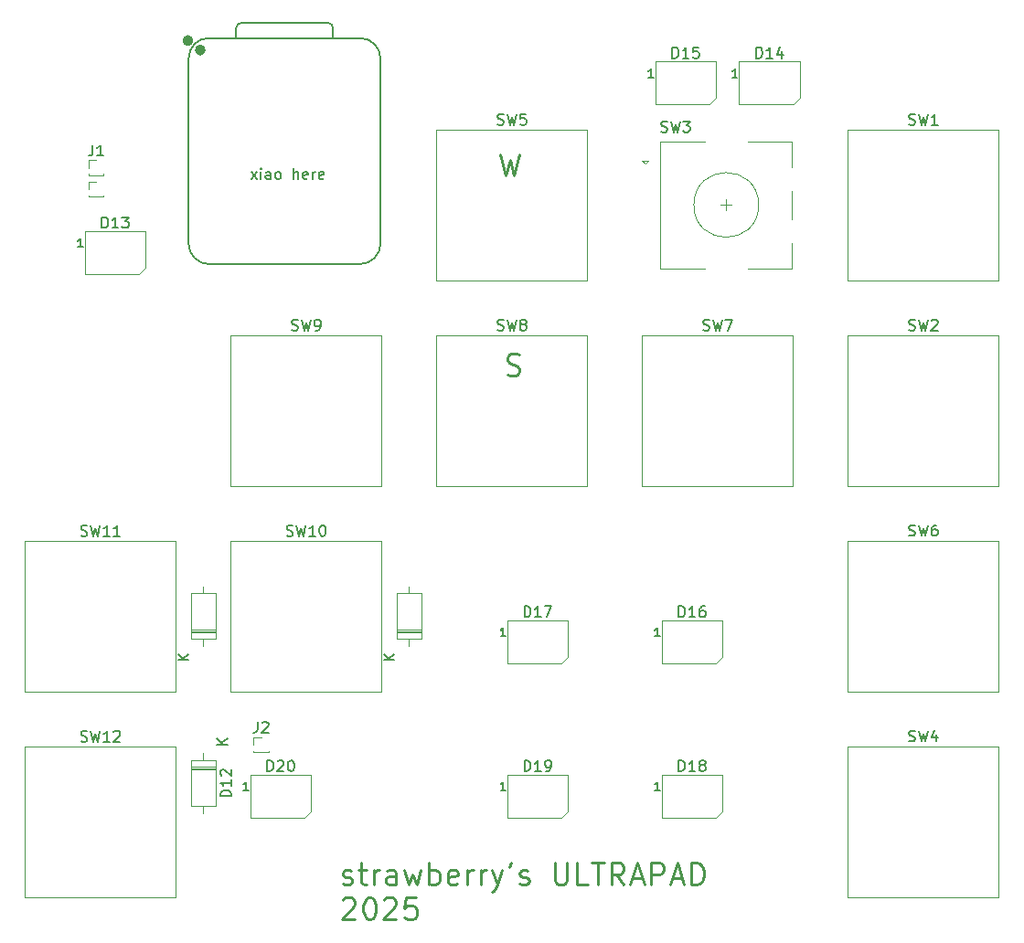
<source format=gbr>
%TF.GenerationSoftware,KiCad,Pcbnew,8.99.0-3401-ge9e4e7a3ff*%
%TF.CreationDate,2025-02-25T13:13:07+01:00*%
%TF.ProjectId,hackpad,6861636b-7061-4642-9e6b-696361645f70,rev?*%
%TF.SameCoordinates,Original*%
%TF.FileFunction,Legend,Top*%
%TF.FilePolarity,Positive*%
%FSLAX46Y46*%
G04 Gerber Fmt 4.6, Leading zero omitted, Abs format (unit mm)*
G04 Created by KiCad (PCBNEW 8.99.0-3401-ge9e4e7a3ff) date 2025-02-25 13:13:07*
%MOMM*%
%LPD*%
G01*
G04 APERTURE LIST*
%ADD10C,0.250000*%
%ADD11C,0.150000*%
%ADD12C,0.120000*%
%ADD13C,0.127000*%
%ADD14C,0.100000*%
%ADD15C,0.504000*%
G04 APERTURE END LIST*
D10*
X65145425Y-108427112D02*
X65335901Y-108522350D01*
X65335901Y-108522350D02*
X65716853Y-108522350D01*
X65716853Y-108522350D02*
X65907330Y-108427112D01*
X65907330Y-108427112D02*
X66002568Y-108236635D01*
X66002568Y-108236635D02*
X66002568Y-108141397D01*
X66002568Y-108141397D02*
X65907330Y-107950921D01*
X65907330Y-107950921D02*
X65716853Y-107855683D01*
X65716853Y-107855683D02*
X65431139Y-107855683D01*
X65431139Y-107855683D02*
X65240663Y-107760445D01*
X65240663Y-107760445D02*
X65145425Y-107569969D01*
X65145425Y-107569969D02*
X65145425Y-107474731D01*
X65145425Y-107474731D02*
X65240663Y-107284254D01*
X65240663Y-107284254D02*
X65431139Y-107189016D01*
X65431139Y-107189016D02*
X65716853Y-107189016D01*
X65716853Y-107189016D02*
X65907330Y-107284254D01*
X66573997Y-107189016D02*
X67335901Y-107189016D01*
X66859711Y-106522350D02*
X66859711Y-108236635D01*
X66859711Y-108236635D02*
X66954949Y-108427112D01*
X66954949Y-108427112D02*
X67145425Y-108522350D01*
X67145425Y-108522350D02*
X67335901Y-108522350D01*
X68002568Y-108522350D02*
X68002568Y-107189016D01*
X68002568Y-107569969D02*
X68097806Y-107379492D01*
X68097806Y-107379492D02*
X68193044Y-107284254D01*
X68193044Y-107284254D02*
X68383520Y-107189016D01*
X68383520Y-107189016D02*
X68573997Y-107189016D01*
X70097806Y-108522350D02*
X70097806Y-107474731D01*
X70097806Y-107474731D02*
X70002568Y-107284254D01*
X70002568Y-107284254D02*
X69812092Y-107189016D01*
X69812092Y-107189016D02*
X69431139Y-107189016D01*
X69431139Y-107189016D02*
X69240663Y-107284254D01*
X70097806Y-108427112D02*
X69907330Y-108522350D01*
X69907330Y-108522350D02*
X69431139Y-108522350D01*
X69431139Y-108522350D02*
X69240663Y-108427112D01*
X69240663Y-108427112D02*
X69145425Y-108236635D01*
X69145425Y-108236635D02*
X69145425Y-108046159D01*
X69145425Y-108046159D02*
X69240663Y-107855683D01*
X69240663Y-107855683D02*
X69431139Y-107760445D01*
X69431139Y-107760445D02*
X69907330Y-107760445D01*
X69907330Y-107760445D02*
X70097806Y-107665207D01*
X70859711Y-107189016D02*
X71240663Y-108522350D01*
X71240663Y-108522350D02*
X71621616Y-107569969D01*
X71621616Y-107569969D02*
X72002568Y-108522350D01*
X72002568Y-108522350D02*
X72383520Y-107189016D01*
X73145425Y-108522350D02*
X73145425Y-106522350D01*
X73145425Y-107284254D02*
X73335901Y-107189016D01*
X73335901Y-107189016D02*
X73716854Y-107189016D01*
X73716854Y-107189016D02*
X73907330Y-107284254D01*
X73907330Y-107284254D02*
X74002568Y-107379492D01*
X74002568Y-107379492D02*
X74097806Y-107569969D01*
X74097806Y-107569969D02*
X74097806Y-108141397D01*
X74097806Y-108141397D02*
X74002568Y-108331873D01*
X74002568Y-108331873D02*
X73907330Y-108427112D01*
X73907330Y-108427112D02*
X73716854Y-108522350D01*
X73716854Y-108522350D02*
X73335901Y-108522350D01*
X73335901Y-108522350D02*
X73145425Y-108427112D01*
X75716854Y-108427112D02*
X75526378Y-108522350D01*
X75526378Y-108522350D02*
X75145425Y-108522350D01*
X75145425Y-108522350D02*
X74954949Y-108427112D01*
X74954949Y-108427112D02*
X74859711Y-108236635D01*
X74859711Y-108236635D02*
X74859711Y-107474731D01*
X74859711Y-107474731D02*
X74954949Y-107284254D01*
X74954949Y-107284254D02*
X75145425Y-107189016D01*
X75145425Y-107189016D02*
X75526378Y-107189016D01*
X75526378Y-107189016D02*
X75716854Y-107284254D01*
X75716854Y-107284254D02*
X75812092Y-107474731D01*
X75812092Y-107474731D02*
X75812092Y-107665207D01*
X75812092Y-107665207D02*
X74859711Y-107855683D01*
X76669235Y-108522350D02*
X76669235Y-107189016D01*
X76669235Y-107569969D02*
X76764473Y-107379492D01*
X76764473Y-107379492D02*
X76859711Y-107284254D01*
X76859711Y-107284254D02*
X77050187Y-107189016D01*
X77050187Y-107189016D02*
X77240664Y-107189016D01*
X77907330Y-108522350D02*
X77907330Y-107189016D01*
X77907330Y-107569969D02*
X78002568Y-107379492D01*
X78002568Y-107379492D02*
X78097806Y-107284254D01*
X78097806Y-107284254D02*
X78288282Y-107189016D01*
X78288282Y-107189016D02*
X78478759Y-107189016D01*
X78954949Y-107189016D02*
X79431139Y-108522350D01*
X79907330Y-107189016D02*
X79431139Y-108522350D01*
X79431139Y-108522350D02*
X79240663Y-108998540D01*
X79240663Y-108998540D02*
X79145425Y-109093778D01*
X79145425Y-109093778D02*
X78954949Y-109189016D01*
X80764473Y-106522350D02*
X80573997Y-106903302D01*
X81526378Y-108427112D02*
X81716854Y-108522350D01*
X81716854Y-108522350D02*
X82097806Y-108522350D01*
X82097806Y-108522350D02*
X82288283Y-108427112D01*
X82288283Y-108427112D02*
X82383521Y-108236635D01*
X82383521Y-108236635D02*
X82383521Y-108141397D01*
X82383521Y-108141397D02*
X82288283Y-107950921D01*
X82288283Y-107950921D02*
X82097806Y-107855683D01*
X82097806Y-107855683D02*
X81812092Y-107855683D01*
X81812092Y-107855683D02*
X81621616Y-107760445D01*
X81621616Y-107760445D02*
X81526378Y-107569969D01*
X81526378Y-107569969D02*
X81526378Y-107474731D01*
X81526378Y-107474731D02*
X81621616Y-107284254D01*
X81621616Y-107284254D02*
X81812092Y-107189016D01*
X81812092Y-107189016D02*
X82097806Y-107189016D01*
X82097806Y-107189016D02*
X82288283Y-107284254D01*
X84764474Y-106522350D02*
X84764474Y-108141397D01*
X84764474Y-108141397D02*
X84859712Y-108331873D01*
X84859712Y-108331873D02*
X84954950Y-108427112D01*
X84954950Y-108427112D02*
X85145426Y-108522350D01*
X85145426Y-108522350D02*
X85526379Y-108522350D01*
X85526379Y-108522350D02*
X85716855Y-108427112D01*
X85716855Y-108427112D02*
X85812093Y-108331873D01*
X85812093Y-108331873D02*
X85907331Y-108141397D01*
X85907331Y-108141397D02*
X85907331Y-106522350D01*
X87812093Y-108522350D02*
X86859712Y-108522350D01*
X86859712Y-108522350D02*
X86859712Y-106522350D01*
X88193046Y-106522350D02*
X89335903Y-106522350D01*
X88764474Y-108522350D02*
X88764474Y-106522350D01*
X91145427Y-108522350D02*
X90478760Y-107569969D01*
X90002570Y-108522350D02*
X90002570Y-106522350D01*
X90002570Y-106522350D02*
X90764475Y-106522350D01*
X90764475Y-106522350D02*
X90954951Y-106617588D01*
X90954951Y-106617588D02*
X91050189Y-106712826D01*
X91050189Y-106712826D02*
X91145427Y-106903302D01*
X91145427Y-106903302D02*
X91145427Y-107189016D01*
X91145427Y-107189016D02*
X91050189Y-107379492D01*
X91050189Y-107379492D02*
X90954951Y-107474731D01*
X90954951Y-107474731D02*
X90764475Y-107569969D01*
X90764475Y-107569969D02*
X90002570Y-107569969D01*
X91907332Y-107950921D02*
X92859713Y-107950921D01*
X91716856Y-108522350D02*
X92383522Y-106522350D01*
X92383522Y-106522350D02*
X93050189Y-108522350D01*
X93716856Y-108522350D02*
X93716856Y-106522350D01*
X93716856Y-106522350D02*
X94478761Y-106522350D01*
X94478761Y-106522350D02*
X94669237Y-106617588D01*
X94669237Y-106617588D02*
X94764475Y-106712826D01*
X94764475Y-106712826D02*
X94859713Y-106903302D01*
X94859713Y-106903302D02*
X94859713Y-107189016D01*
X94859713Y-107189016D02*
X94764475Y-107379492D01*
X94764475Y-107379492D02*
X94669237Y-107474731D01*
X94669237Y-107474731D02*
X94478761Y-107569969D01*
X94478761Y-107569969D02*
X93716856Y-107569969D01*
X95621618Y-107950921D02*
X96573999Y-107950921D01*
X95431142Y-108522350D02*
X96097808Y-106522350D01*
X96097808Y-106522350D02*
X96764475Y-108522350D01*
X97431142Y-108522350D02*
X97431142Y-106522350D01*
X97431142Y-106522350D02*
X97907332Y-106522350D01*
X97907332Y-106522350D02*
X98193047Y-106617588D01*
X98193047Y-106617588D02*
X98383523Y-106808064D01*
X98383523Y-106808064D02*
X98478761Y-106998540D01*
X98478761Y-106998540D02*
X98573999Y-107379492D01*
X98573999Y-107379492D02*
X98573999Y-107665207D01*
X98573999Y-107665207D02*
X98478761Y-108046159D01*
X98478761Y-108046159D02*
X98383523Y-108236635D01*
X98383523Y-108236635D02*
X98193047Y-108427112D01*
X98193047Y-108427112D02*
X97907332Y-108522350D01*
X97907332Y-108522350D02*
X97431142Y-108522350D01*
X65145425Y-109932714D02*
X65240663Y-109837476D01*
X65240663Y-109837476D02*
X65431139Y-109742238D01*
X65431139Y-109742238D02*
X65907330Y-109742238D01*
X65907330Y-109742238D02*
X66097806Y-109837476D01*
X66097806Y-109837476D02*
X66193044Y-109932714D01*
X66193044Y-109932714D02*
X66288282Y-110123190D01*
X66288282Y-110123190D02*
X66288282Y-110313666D01*
X66288282Y-110313666D02*
X66193044Y-110599380D01*
X66193044Y-110599380D02*
X65050187Y-111742238D01*
X65050187Y-111742238D02*
X66288282Y-111742238D01*
X67526377Y-109742238D02*
X67716854Y-109742238D01*
X67716854Y-109742238D02*
X67907330Y-109837476D01*
X67907330Y-109837476D02*
X68002568Y-109932714D01*
X68002568Y-109932714D02*
X68097806Y-110123190D01*
X68097806Y-110123190D02*
X68193044Y-110504142D01*
X68193044Y-110504142D02*
X68193044Y-110980333D01*
X68193044Y-110980333D02*
X68097806Y-111361285D01*
X68097806Y-111361285D02*
X68002568Y-111551761D01*
X68002568Y-111551761D02*
X67907330Y-111647000D01*
X67907330Y-111647000D02*
X67716854Y-111742238D01*
X67716854Y-111742238D02*
X67526377Y-111742238D01*
X67526377Y-111742238D02*
X67335901Y-111647000D01*
X67335901Y-111647000D02*
X67240663Y-111551761D01*
X67240663Y-111551761D02*
X67145425Y-111361285D01*
X67145425Y-111361285D02*
X67050187Y-110980333D01*
X67050187Y-110980333D02*
X67050187Y-110504142D01*
X67050187Y-110504142D02*
X67145425Y-110123190D01*
X67145425Y-110123190D02*
X67240663Y-109932714D01*
X67240663Y-109932714D02*
X67335901Y-109837476D01*
X67335901Y-109837476D02*
X67526377Y-109742238D01*
X68954949Y-109932714D02*
X69050187Y-109837476D01*
X69050187Y-109837476D02*
X69240663Y-109742238D01*
X69240663Y-109742238D02*
X69716854Y-109742238D01*
X69716854Y-109742238D02*
X69907330Y-109837476D01*
X69907330Y-109837476D02*
X70002568Y-109932714D01*
X70002568Y-109932714D02*
X70097806Y-110123190D01*
X70097806Y-110123190D02*
X70097806Y-110313666D01*
X70097806Y-110313666D02*
X70002568Y-110599380D01*
X70002568Y-110599380D02*
X68859711Y-111742238D01*
X68859711Y-111742238D02*
X70097806Y-111742238D01*
X71907330Y-109742238D02*
X70954949Y-109742238D01*
X70954949Y-109742238D02*
X70859711Y-110694619D01*
X70859711Y-110694619D02*
X70954949Y-110599380D01*
X70954949Y-110599380D02*
X71145425Y-110504142D01*
X71145425Y-110504142D02*
X71621616Y-110504142D01*
X71621616Y-110504142D02*
X71812092Y-110599380D01*
X71812092Y-110599380D02*
X71907330Y-110694619D01*
X71907330Y-110694619D02*
X72002568Y-110885095D01*
X72002568Y-110885095D02*
X72002568Y-111361285D01*
X72002568Y-111361285D02*
X71907330Y-111551761D01*
X71907330Y-111551761D02*
X71812092Y-111647000D01*
X71812092Y-111647000D02*
X71621616Y-111742238D01*
X71621616Y-111742238D02*
X71145425Y-111742238D01*
X71145425Y-111742238D02*
X70954949Y-111647000D01*
X70954949Y-111647000D02*
X70859711Y-111551761D01*
D11*
X56645291Y-43168569D02*
X57169100Y-42501902D01*
X56645291Y-42501902D02*
X57169100Y-43168569D01*
X57550053Y-43168569D02*
X57550053Y-42501902D01*
X57550053Y-42168569D02*
X57502434Y-42216188D01*
X57502434Y-42216188D02*
X57550053Y-42263807D01*
X57550053Y-42263807D02*
X57597672Y-42216188D01*
X57597672Y-42216188D02*
X57550053Y-42168569D01*
X57550053Y-42168569D02*
X57550053Y-42263807D01*
X58454814Y-43168569D02*
X58454814Y-42644759D01*
X58454814Y-42644759D02*
X58407195Y-42549521D01*
X58407195Y-42549521D02*
X58311957Y-42501902D01*
X58311957Y-42501902D02*
X58121481Y-42501902D01*
X58121481Y-42501902D02*
X58026243Y-42549521D01*
X58454814Y-43120950D02*
X58359576Y-43168569D01*
X58359576Y-43168569D02*
X58121481Y-43168569D01*
X58121481Y-43168569D02*
X58026243Y-43120950D01*
X58026243Y-43120950D02*
X57978624Y-43025711D01*
X57978624Y-43025711D02*
X57978624Y-42930473D01*
X57978624Y-42930473D02*
X58026243Y-42835235D01*
X58026243Y-42835235D02*
X58121481Y-42787616D01*
X58121481Y-42787616D02*
X58359576Y-42787616D01*
X58359576Y-42787616D02*
X58454814Y-42739997D01*
X59073862Y-43168569D02*
X58978624Y-43120950D01*
X58978624Y-43120950D02*
X58931005Y-43073330D01*
X58931005Y-43073330D02*
X58883386Y-42978092D01*
X58883386Y-42978092D02*
X58883386Y-42692378D01*
X58883386Y-42692378D02*
X58931005Y-42597140D01*
X58931005Y-42597140D02*
X58978624Y-42549521D01*
X58978624Y-42549521D02*
X59073862Y-42501902D01*
X59073862Y-42501902D02*
X59216719Y-42501902D01*
X59216719Y-42501902D02*
X59311957Y-42549521D01*
X59311957Y-42549521D02*
X59359576Y-42597140D01*
X59359576Y-42597140D02*
X59407195Y-42692378D01*
X59407195Y-42692378D02*
X59407195Y-42978092D01*
X59407195Y-42978092D02*
X59359576Y-43073330D01*
X59359576Y-43073330D02*
X59311957Y-43120950D01*
X59311957Y-43120950D02*
X59216719Y-43168569D01*
X59216719Y-43168569D02*
X59073862Y-43168569D01*
X60597672Y-43168569D02*
X60597672Y-42168569D01*
X61026243Y-43168569D02*
X61026243Y-42644759D01*
X61026243Y-42644759D02*
X60978624Y-42549521D01*
X60978624Y-42549521D02*
X60883386Y-42501902D01*
X60883386Y-42501902D02*
X60740529Y-42501902D01*
X60740529Y-42501902D02*
X60645291Y-42549521D01*
X60645291Y-42549521D02*
X60597672Y-42597140D01*
X61883386Y-43120950D02*
X61788148Y-43168569D01*
X61788148Y-43168569D02*
X61597672Y-43168569D01*
X61597672Y-43168569D02*
X61502434Y-43120950D01*
X61502434Y-43120950D02*
X61454815Y-43025711D01*
X61454815Y-43025711D02*
X61454815Y-42644759D01*
X61454815Y-42644759D02*
X61502434Y-42549521D01*
X61502434Y-42549521D02*
X61597672Y-42501902D01*
X61597672Y-42501902D02*
X61788148Y-42501902D01*
X61788148Y-42501902D02*
X61883386Y-42549521D01*
X61883386Y-42549521D02*
X61931005Y-42644759D01*
X61931005Y-42644759D02*
X61931005Y-42739997D01*
X61931005Y-42739997D02*
X61454815Y-42835235D01*
X62359577Y-43168569D02*
X62359577Y-42501902D01*
X62359577Y-42692378D02*
X62407196Y-42597140D01*
X62407196Y-42597140D02*
X62454815Y-42549521D01*
X62454815Y-42549521D02*
X62550053Y-42501902D01*
X62550053Y-42501902D02*
X62645291Y-42501902D01*
X63359577Y-43120950D02*
X63264339Y-43168569D01*
X63264339Y-43168569D02*
X63073863Y-43168569D01*
X63073863Y-43168569D02*
X62978625Y-43120950D01*
X62978625Y-43120950D02*
X62931006Y-43025711D01*
X62931006Y-43025711D02*
X62931006Y-42644759D01*
X62931006Y-42644759D02*
X62978625Y-42549521D01*
X62978625Y-42549521D02*
X63073863Y-42501902D01*
X63073863Y-42501902D02*
X63264339Y-42501902D01*
X63264339Y-42501902D02*
X63359577Y-42549521D01*
X63359577Y-42549521D02*
X63407196Y-42644759D01*
X63407196Y-42644759D02*
X63407196Y-42739997D01*
X63407196Y-42739997D02*
X62931006Y-42835235D01*
D10*
X79753937Y-40853488D02*
X80230127Y-42853488D01*
X80230127Y-42853488D02*
X80611080Y-41424916D01*
X80611080Y-41424916D02*
X80992032Y-42853488D01*
X80992032Y-42853488D02*
X81468223Y-40853488D01*
X80349175Y-61258250D02*
X80634889Y-61353488D01*
X80634889Y-61353488D02*
X81111080Y-61353488D01*
X81111080Y-61353488D02*
X81301556Y-61258250D01*
X81301556Y-61258250D02*
X81396794Y-61163011D01*
X81396794Y-61163011D02*
X81492032Y-60972535D01*
X81492032Y-60972535D02*
X81492032Y-60782059D01*
X81492032Y-60782059D02*
X81396794Y-60591583D01*
X81396794Y-60591583D02*
X81301556Y-60496345D01*
X81301556Y-60496345D02*
X81111080Y-60401107D01*
X81111080Y-60401107D02*
X80730127Y-60305869D01*
X80730127Y-60305869D02*
X80539651Y-60210630D01*
X80539651Y-60210630D02*
X80444413Y-60115392D01*
X80444413Y-60115392D02*
X80349175Y-59924916D01*
X80349175Y-59924916D02*
X80349175Y-59734440D01*
X80349175Y-59734440D02*
X80444413Y-59543964D01*
X80444413Y-59543964D02*
X80539651Y-59448726D01*
X80539651Y-59448726D02*
X80730127Y-59353488D01*
X80730127Y-59353488D02*
X81206318Y-59353488D01*
X81206318Y-59353488D02*
X81492032Y-59448726D01*
D11*
X117570417Y-57144450D02*
X117713274Y-57192069D01*
X117713274Y-57192069D02*
X117951369Y-57192069D01*
X117951369Y-57192069D02*
X118046607Y-57144450D01*
X118046607Y-57144450D02*
X118094226Y-57096830D01*
X118094226Y-57096830D02*
X118141845Y-57001592D01*
X118141845Y-57001592D02*
X118141845Y-56906354D01*
X118141845Y-56906354D02*
X118094226Y-56811116D01*
X118094226Y-56811116D02*
X118046607Y-56763497D01*
X118046607Y-56763497D02*
X117951369Y-56715878D01*
X117951369Y-56715878D02*
X117760893Y-56668259D01*
X117760893Y-56668259D02*
X117665655Y-56620640D01*
X117665655Y-56620640D02*
X117618036Y-56573021D01*
X117618036Y-56573021D02*
X117570417Y-56477783D01*
X117570417Y-56477783D02*
X117570417Y-56382545D01*
X117570417Y-56382545D02*
X117618036Y-56287307D01*
X117618036Y-56287307D02*
X117665655Y-56239688D01*
X117665655Y-56239688D02*
X117760893Y-56192069D01*
X117760893Y-56192069D02*
X117998988Y-56192069D01*
X117998988Y-56192069D02*
X118141845Y-56239688D01*
X118475179Y-56192069D02*
X118713274Y-57192069D01*
X118713274Y-57192069D02*
X118903750Y-56477783D01*
X118903750Y-56477783D02*
X119094226Y-57192069D01*
X119094226Y-57192069D02*
X119332322Y-56192069D01*
X119665655Y-56287307D02*
X119713274Y-56239688D01*
X119713274Y-56239688D02*
X119808512Y-56192069D01*
X119808512Y-56192069D02*
X120046607Y-56192069D01*
X120046607Y-56192069D02*
X120141845Y-56239688D01*
X120141845Y-56239688D02*
X120189464Y-56287307D01*
X120189464Y-56287307D02*
X120237083Y-56382545D01*
X120237083Y-56382545D02*
X120237083Y-56477783D01*
X120237083Y-56477783D02*
X120189464Y-56620640D01*
X120189464Y-56620640D02*
X119618036Y-57192069D01*
X119618036Y-57192069D02*
X120237083Y-57192069D01*
X54803545Y-100353689D02*
X53803545Y-100353689D01*
X53803545Y-100353689D02*
X53803545Y-100115594D01*
X53803545Y-100115594D02*
X53851164Y-99972737D01*
X53851164Y-99972737D02*
X53946402Y-99877499D01*
X53946402Y-99877499D02*
X54041640Y-99829880D01*
X54041640Y-99829880D02*
X54232116Y-99782261D01*
X54232116Y-99782261D02*
X54374973Y-99782261D01*
X54374973Y-99782261D02*
X54565449Y-99829880D01*
X54565449Y-99829880D02*
X54660687Y-99877499D01*
X54660687Y-99877499D02*
X54755926Y-99972737D01*
X54755926Y-99972737D02*
X54803545Y-100115594D01*
X54803545Y-100115594D02*
X54803545Y-100353689D01*
X54803545Y-98829880D02*
X54803545Y-99401308D01*
X54803545Y-99115594D02*
X53803545Y-99115594D01*
X53803545Y-99115594D02*
X53946402Y-99210832D01*
X53946402Y-99210832D02*
X54041640Y-99306070D01*
X54041640Y-99306070D02*
X54089259Y-99401308D01*
X53898783Y-98448927D02*
X53851164Y-98401308D01*
X53851164Y-98401308D02*
X53803545Y-98306070D01*
X53803545Y-98306070D02*
X53803545Y-98067975D01*
X53803545Y-98067975D02*
X53851164Y-97972737D01*
X53851164Y-97972737D02*
X53898783Y-97925118D01*
X53898783Y-97925118D02*
X53994021Y-97877499D01*
X53994021Y-97877499D02*
X54089259Y-97877499D01*
X54089259Y-97877499D02*
X54232116Y-97925118D01*
X54232116Y-97925118D02*
X54803545Y-98496546D01*
X54803545Y-98496546D02*
X54803545Y-97877499D01*
X54483545Y-95591308D02*
X53483545Y-95591308D01*
X54483545Y-95019880D02*
X53912116Y-95448451D01*
X53483545Y-95019880D02*
X54054973Y-95591308D01*
X79470417Y-38094450D02*
X79613274Y-38142069D01*
X79613274Y-38142069D02*
X79851369Y-38142069D01*
X79851369Y-38142069D02*
X79946607Y-38094450D01*
X79946607Y-38094450D02*
X79994226Y-38046830D01*
X79994226Y-38046830D02*
X80041845Y-37951592D01*
X80041845Y-37951592D02*
X80041845Y-37856354D01*
X80041845Y-37856354D02*
X79994226Y-37761116D01*
X79994226Y-37761116D02*
X79946607Y-37713497D01*
X79946607Y-37713497D02*
X79851369Y-37665878D01*
X79851369Y-37665878D02*
X79660893Y-37618259D01*
X79660893Y-37618259D02*
X79565655Y-37570640D01*
X79565655Y-37570640D02*
X79518036Y-37523021D01*
X79518036Y-37523021D02*
X79470417Y-37427783D01*
X79470417Y-37427783D02*
X79470417Y-37332545D01*
X79470417Y-37332545D02*
X79518036Y-37237307D01*
X79518036Y-37237307D02*
X79565655Y-37189688D01*
X79565655Y-37189688D02*
X79660893Y-37142069D01*
X79660893Y-37142069D02*
X79898988Y-37142069D01*
X79898988Y-37142069D02*
X80041845Y-37189688D01*
X80375179Y-37142069D02*
X80613274Y-38142069D01*
X80613274Y-38142069D02*
X80803750Y-37427783D01*
X80803750Y-37427783D02*
X80994226Y-38142069D01*
X80994226Y-38142069D02*
X81232322Y-37142069D01*
X82089464Y-37142069D02*
X81613274Y-37142069D01*
X81613274Y-37142069D02*
X81565655Y-37618259D01*
X81565655Y-37618259D02*
X81613274Y-37570640D01*
X81613274Y-37570640D02*
X81708512Y-37523021D01*
X81708512Y-37523021D02*
X81946607Y-37523021D01*
X81946607Y-37523021D02*
X82041845Y-37570640D01*
X82041845Y-37570640D02*
X82089464Y-37618259D01*
X82089464Y-37618259D02*
X82137083Y-37713497D01*
X82137083Y-37713497D02*
X82137083Y-37951592D01*
X82137083Y-37951592D02*
X82089464Y-38046830D01*
X82089464Y-38046830D02*
X82041845Y-38094450D01*
X82041845Y-38094450D02*
X81946607Y-38142069D01*
X81946607Y-38142069D02*
X81708512Y-38142069D01*
X81708512Y-38142069D02*
X81613274Y-38094450D01*
X81613274Y-38094450D02*
X81565655Y-38046830D01*
X58158196Y-98034849D02*
X58158196Y-97034849D01*
X58158196Y-97034849D02*
X58396291Y-97034849D01*
X58396291Y-97034849D02*
X58539148Y-97082468D01*
X58539148Y-97082468D02*
X58634386Y-97177706D01*
X58634386Y-97177706D02*
X58682005Y-97272944D01*
X58682005Y-97272944D02*
X58729624Y-97463420D01*
X58729624Y-97463420D02*
X58729624Y-97606277D01*
X58729624Y-97606277D02*
X58682005Y-97796753D01*
X58682005Y-97796753D02*
X58634386Y-97891991D01*
X58634386Y-97891991D02*
X58539148Y-97987230D01*
X58539148Y-97987230D02*
X58396291Y-98034849D01*
X58396291Y-98034849D02*
X58158196Y-98034849D01*
X59110577Y-97130087D02*
X59158196Y-97082468D01*
X59158196Y-97082468D02*
X59253434Y-97034849D01*
X59253434Y-97034849D02*
X59491529Y-97034849D01*
X59491529Y-97034849D02*
X59586767Y-97082468D01*
X59586767Y-97082468D02*
X59634386Y-97130087D01*
X59634386Y-97130087D02*
X59682005Y-97225325D01*
X59682005Y-97225325D02*
X59682005Y-97320563D01*
X59682005Y-97320563D02*
X59634386Y-97463420D01*
X59634386Y-97463420D02*
X59062958Y-98034849D01*
X59062958Y-98034849D02*
X59682005Y-98034849D01*
X60301053Y-97034849D02*
X60396291Y-97034849D01*
X60396291Y-97034849D02*
X60491529Y-97082468D01*
X60491529Y-97082468D02*
X60539148Y-97130087D01*
X60539148Y-97130087D02*
X60586767Y-97225325D01*
X60586767Y-97225325D02*
X60634386Y-97415801D01*
X60634386Y-97415801D02*
X60634386Y-97653896D01*
X60634386Y-97653896D02*
X60586767Y-97844372D01*
X60586767Y-97844372D02*
X60539148Y-97939610D01*
X60539148Y-97939610D02*
X60491529Y-97987230D01*
X60491529Y-97987230D02*
X60396291Y-98034849D01*
X60396291Y-98034849D02*
X60301053Y-98034849D01*
X60301053Y-98034849D02*
X60205815Y-97987230D01*
X60205815Y-97987230D02*
X60158196Y-97939610D01*
X60158196Y-97939610D02*
X60110577Y-97844372D01*
X60110577Y-97844372D02*
X60062958Y-97653896D01*
X60062958Y-97653896D02*
X60062958Y-97415801D01*
X60062958Y-97415801D02*
X60110577Y-97225325D01*
X60110577Y-97225325D02*
X60158196Y-97130087D01*
X60158196Y-97130087D02*
X60205815Y-97082468D01*
X60205815Y-97082468D02*
X60301053Y-97034849D01*
X56401053Y-99817325D02*
X55943910Y-99817325D01*
X56172482Y-99817325D02*
X56172482Y-99017325D01*
X56172482Y-99017325D02*
X56096291Y-99131610D01*
X56096291Y-99131610D02*
X56020101Y-99207801D01*
X56020101Y-99207801D02*
X55943910Y-99245896D01*
X69933561Y-87733170D02*
X68933561Y-87733170D01*
X69933561Y-87161742D02*
X69362132Y-87590313D01*
X68933561Y-87161742D02*
X69504989Y-87733170D01*
X57253209Y-93462345D02*
X57253209Y-94176630D01*
X57253209Y-94176630D02*
X57205590Y-94319487D01*
X57205590Y-94319487D02*
X57110352Y-94414726D01*
X57110352Y-94414726D02*
X56967495Y-94462345D01*
X56967495Y-94462345D02*
X56872257Y-94462345D01*
X57681781Y-93557583D02*
X57729400Y-93509964D01*
X57729400Y-93509964D02*
X57824638Y-93462345D01*
X57824638Y-93462345D02*
X58062733Y-93462345D01*
X58062733Y-93462345D02*
X58157971Y-93509964D01*
X58157971Y-93509964D02*
X58205590Y-93557583D01*
X58205590Y-93557583D02*
X58253209Y-93652821D01*
X58253209Y-93652821D02*
X58253209Y-93748059D01*
X58253209Y-93748059D02*
X58205590Y-93890916D01*
X58205590Y-93890916D02*
X57634162Y-94462345D01*
X57634162Y-94462345D02*
X58253209Y-94462345D01*
X41970416Y-40006069D02*
X41970416Y-40720354D01*
X41970416Y-40720354D02*
X41922797Y-40863211D01*
X41922797Y-40863211D02*
X41827559Y-40958450D01*
X41827559Y-40958450D02*
X41684702Y-41006069D01*
X41684702Y-41006069D02*
X41589464Y-41006069D01*
X42970416Y-41006069D02*
X42398988Y-41006069D01*
X42684702Y-41006069D02*
X42684702Y-40006069D01*
X42684702Y-40006069D02*
X42589464Y-40148926D01*
X42589464Y-40148926D02*
X42494226Y-40244164D01*
X42494226Y-40244164D02*
X42398988Y-40291783D01*
X95662915Y-31955106D02*
X95662915Y-30955106D01*
X95662915Y-30955106D02*
X95901010Y-30955106D01*
X95901010Y-30955106D02*
X96043867Y-31002725D01*
X96043867Y-31002725D02*
X96139105Y-31097963D01*
X96139105Y-31097963D02*
X96186724Y-31193201D01*
X96186724Y-31193201D02*
X96234343Y-31383677D01*
X96234343Y-31383677D02*
X96234343Y-31526534D01*
X96234343Y-31526534D02*
X96186724Y-31717010D01*
X96186724Y-31717010D02*
X96139105Y-31812248D01*
X96139105Y-31812248D02*
X96043867Y-31907487D01*
X96043867Y-31907487D02*
X95901010Y-31955106D01*
X95901010Y-31955106D02*
X95662915Y-31955106D01*
X97186724Y-31955106D02*
X96615296Y-31955106D01*
X96901010Y-31955106D02*
X96901010Y-30955106D01*
X96901010Y-30955106D02*
X96805772Y-31097963D01*
X96805772Y-31097963D02*
X96710534Y-31193201D01*
X96710534Y-31193201D02*
X96615296Y-31240820D01*
X98091486Y-30955106D02*
X97615296Y-30955106D01*
X97615296Y-30955106D02*
X97567677Y-31431296D01*
X97567677Y-31431296D02*
X97615296Y-31383677D01*
X97615296Y-31383677D02*
X97710534Y-31336058D01*
X97710534Y-31336058D02*
X97948629Y-31336058D01*
X97948629Y-31336058D02*
X98043867Y-31383677D01*
X98043867Y-31383677D02*
X98091486Y-31431296D01*
X98091486Y-31431296D02*
X98139105Y-31526534D01*
X98139105Y-31526534D02*
X98139105Y-31764629D01*
X98139105Y-31764629D02*
X98091486Y-31859867D01*
X98091486Y-31859867D02*
X98043867Y-31907487D01*
X98043867Y-31907487D02*
X97948629Y-31955106D01*
X97948629Y-31955106D02*
X97710534Y-31955106D01*
X97710534Y-31955106D02*
X97615296Y-31907487D01*
X97615296Y-31907487D02*
X97567677Y-31859867D01*
X93905772Y-33737582D02*
X93448629Y-33737582D01*
X93677201Y-33737582D02*
X93677201Y-32937582D01*
X93677201Y-32937582D02*
X93601010Y-33051867D01*
X93601010Y-33051867D02*
X93524820Y-33128058D01*
X93524820Y-33128058D02*
X93448629Y-33166153D01*
X81970716Y-83747337D02*
X81970716Y-82747337D01*
X81970716Y-82747337D02*
X82208811Y-82747337D01*
X82208811Y-82747337D02*
X82351668Y-82794956D01*
X82351668Y-82794956D02*
X82446906Y-82890194D01*
X82446906Y-82890194D02*
X82494525Y-82985432D01*
X82494525Y-82985432D02*
X82542144Y-83175908D01*
X82542144Y-83175908D02*
X82542144Y-83318765D01*
X82542144Y-83318765D02*
X82494525Y-83509241D01*
X82494525Y-83509241D02*
X82446906Y-83604479D01*
X82446906Y-83604479D02*
X82351668Y-83699718D01*
X82351668Y-83699718D02*
X82208811Y-83747337D01*
X82208811Y-83747337D02*
X81970716Y-83747337D01*
X83494525Y-83747337D02*
X82923097Y-83747337D01*
X83208811Y-83747337D02*
X83208811Y-82747337D01*
X83208811Y-82747337D02*
X83113573Y-82890194D01*
X83113573Y-82890194D02*
X83018335Y-82985432D01*
X83018335Y-82985432D02*
X82923097Y-83033051D01*
X83827859Y-82747337D02*
X84494525Y-82747337D01*
X84494525Y-82747337D02*
X84065954Y-83747337D01*
X80213573Y-85529813D02*
X79756430Y-85529813D01*
X79985002Y-85529813D02*
X79985002Y-84729813D01*
X79985002Y-84729813D02*
X79908811Y-84844098D01*
X79908811Y-84844098D02*
X79832621Y-84920289D01*
X79832621Y-84920289D02*
X79756430Y-84958384D01*
X40894226Y-76194450D02*
X41037083Y-76242069D01*
X41037083Y-76242069D02*
X41275178Y-76242069D01*
X41275178Y-76242069D02*
X41370416Y-76194450D01*
X41370416Y-76194450D02*
X41418035Y-76146830D01*
X41418035Y-76146830D02*
X41465654Y-76051592D01*
X41465654Y-76051592D02*
X41465654Y-75956354D01*
X41465654Y-75956354D02*
X41418035Y-75861116D01*
X41418035Y-75861116D02*
X41370416Y-75813497D01*
X41370416Y-75813497D02*
X41275178Y-75765878D01*
X41275178Y-75765878D02*
X41084702Y-75718259D01*
X41084702Y-75718259D02*
X40989464Y-75670640D01*
X40989464Y-75670640D02*
X40941845Y-75623021D01*
X40941845Y-75623021D02*
X40894226Y-75527783D01*
X40894226Y-75527783D02*
X40894226Y-75432545D01*
X40894226Y-75432545D02*
X40941845Y-75337307D01*
X40941845Y-75337307D02*
X40989464Y-75289688D01*
X40989464Y-75289688D02*
X41084702Y-75242069D01*
X41084702Y-75242069D02*
X41322797Y-75242069D01*
X41322797Y-75242069D02*
X41465654Y-75289688D01*
X41798988Y-75242069D02*
X42037083Y-76242069D01*
X42037083Y-76242069D02*
X42227559Y-75527783D01*
X42227559Y-75527783D02*
X42418035Y-76242069D01*
X42418035Y-76242069D02*
X42656131Y-75242069D01*
X43560892Y-76242069D02*
X42989464Y-76242069D01*
X43275178Y-76242069D02*
X43275178Y-75242069D01*
X43275178Y-75242069D02*
X43179940Y-75384926D01*
X43179940Y-75384926D02*
X43084702Y-75480164D01*
X43084702Y-75480164D02*
X42989464Y-75527783D01*
X44513273Y-76242069D02*
X43941845Y-76242069D01*
X44227559Y-76242069D02*
X44227559Y-75242069D01*
X44227559Y-75242069D02*
X44132321Y-75384926D01*
X44132321Y-75384926D02*
X44037083Y-75480164D01*
X44037083Y-75480164D02*
X43941845Y-75527783D01*
X81970716Y-98034849D02*
X81970716Y-97034849D01*
X81970716Y-97034849D02*
X82208811Y-97034849D01*
X82208811Y-97034849D02*
X82351668Y-97082468D01*
X82351668Y-97082468D02*
X82446906Y-97177706D01*
X82446906Y-97177706D02*
X82494525Y-97272944D01*
X82494525Y-97272944D02*
X82542144Y-97463420D01*
X82542144Y-97463420D02*
X82542144Y-97606277D01*
X82542144Y-97606277D02*
X82494525Y-97796753D01*
X82494525Y-97796753D02*
X82446906Y-97891991D01*
X82446906Y-97891991D02*
X82351668Y-97987230D01*
X82351668Y-97987230D02*
X82208811Y-98034849D01*
X82208811Y-98034849D02*
X81970716Y-98034849D01*
X83494525Y-98034849D02*
X82923097Y-98034849D01*
X83208811Y-98034849D02*
X83208811Y-97034849D01*
X83208811Y-97034849D02*
X83113573Y-97177706D01*
X83113573Y-97177706D02*
X83018335Y-97272944D01*
X83018335Y-97272944D02*
X82923097Y-97320563D01*
X83970716Y-98034849D02*
X84161192Y-98034849D01*
X84161192Y-98034849D02*
X84256430Y-97987230D01*
X84256430Y-97987230D02*
X84304049Y-97939610D01*
X84304049Y-97939610D02*
X84399287Y-97796753D01*
X84399287Y-97796753D02*
X84446906Y-97606277D01*
X84446906Y-97606277D02*
X84446906Y-97225325D01*
X84446906Y-97225325D02*
X84399287Y-97130087D01*
X84399287Y-97130087D02*
X84351668Y-97082468D01*
X84351668Y-97082468D02*
X84256430Y-97034849D01*
X84256430Y-97034849D02*
X84065954Y-97034849D01*
X84065954Y-97034849D02*
X83970716Y-97082468D01*
X83970716Y-97082468D02*
X83923097Y-97130087D01*
X83923097Y-97130087D02*
X83875478Y-97225325D01*
X83875478Y-97225325D02*
X83875478Y-97463420D01*
X83875478Y-97463420D02*
X83923097Y-97558658D01*
X83923097Y-97558658D02*
X83970716Y-97606277D01*
X83970716Y-97606277D02*
X84065954Y-97653896D01*
X84065954Y-97653896D02*
X84256430Y-97653896D01*
X84256430Y-97653896D02*
X84351668Y-97606277D01*
X84351668Y-97606277D02*
X84399287Y-97558658D01*
X84399287Y-97558658D02*
X84446906Y-97463420D01*
X80213573Y-99817325D02*
X79756430Y-99817325D01*
X79985002Y-99817325D02*
X79985002Y-99017325D01*
X79985002Y-99017325D02*
X79908811Y-99131610D01*
X79908811Y-99131610D02*
X79832621Y-99207801D01*
X79832621Y-99207801D02*
X79756430Y-99245896D01*
X98520417Y-57144450D02*
X98663274Y-57192069D01*
X98663274Y-57192069D02*
X98901369Y-57192069D01*
X98901369Y-57192069D02*
X98996607Y-57144450D01*
X98996607Y-57144450D02*
X99044226Y-57096830D01*
X99044226Y-57096830D02*
X99091845Y-57001592D01*
X99091845Y-57001592D02*
X99091845Y-56906354D01*
X99091845Y-56906354D02*
X99044226Y-56811116D01*
X99044226Y-56811116D02*
X98996607Y-56763497D01*
X98996607Y-56763497D02*
X98901369Y-56715878D01*
X98901369Y-56715878D02*
X98710893Y-56668259D01*
X98710893Y-56668259D02*
X98615655Y-56620640D01*
X98615655Y-56620640D02*
X98568036Y-56573021D01*
X98568036Y-56573021D02*
X98520417Y-56477783D01*
X98520417Y-56477783D02*
X98520417Y-56382545D01*
X98520417Y-56382545D02*
X98568036Y-56287307D01*
X98568036Y-56287307D02*
X98615655Y-56239688D01*
X98615655Y-56239688D02*
X98710893Y-56192069D01*
X98710893Y-56192069D02*
X98948988Y-56192069D01*
X98948988Y-56192069D02*
X99091845Y-56239688D01*
X99425179Y-56192069D02*
X99663274Y-57192069D01*
X99663274Y-57192069D02*
X99853750Y-56477783D01*
X99853750Y-56477783D02*
X100044226Y-57192069D01*
X100044226Y-57192069D02*
X100282322Y-56192069D01*
X100568036Y-56192069D02*
X101234702Y-56192069D01*
X101234702Y-56192069D02*
X100806131Y-57192069D01*
X59944226Y-76194450D02*
X60087083Y-76242069D01*
X60087083Y-76242069D02*
X60325178Y-76242069D01*
X60325178Y-76242069D02*
X60420416Y-76194450D01*
X60420416Y-76194450D02*
X60468035Y-76146830D01*
X60468035Y-76146830D02*
X60515654Y-76051592D01*
X60515654Y-76051592D02*
X60515654Y-75956354D01*
X60515654Y-75956354D02*
X60468035Y-75861116D01*
X60468035Y-75861116D02*
X60420416Y-75813497D01*
X60420416Y-75813497D02*
X60325178Y-75765878D01*
X60325178Y-75765878D02*
X60134702Y-75718259D01*
X60134702Y-75718259D02*
X60039464Y-75670640D01*
X60039464Y-75670640D02*
X59991845Y-75623021D01*
X59991845Y-75623021D02*
X59944226Y-75527783D01*
X59944226Y-75527783D02*
X59944226Y-75432545D01*
X59944226Y-75432545D02*
X59991845Y-75337307D01*
X59991845Y-75337307D02*
X60039464Y-75289688D01*
X60039464Y-75289688D02*
X60134702Y-75242069D01*
X60134702Y-75242069D02*
X60372797Y-75242069D01*
X60372797Y-75242069D02*
X60515654Y-75289688D01*
X60848988Y-75242069D02*
X61087083Y-76242069D01*
X61087083Y-76242069D02*
X61277559Y-75527783D01*
X61277559Y-75527783D02*
X61468035Y-76242069D01*
X61468035Y-76242069D02*
X61706131Y-75242069D01*
X62610892Y-76242069D02*
X62039464Y-76242069D01*
X62325178Y-76242069D02*
X62325178Y-75242069D01*
X62325178Y-75242069D02*
X62229940Y-75384926D01*
X62229940Y-75384926D02*
X62134702Y-75480164D01*
X62134702Y-75480164D02*
X62039464Y-75527783D01*
X63229940Y-75242069D02*
X63325178Y-75242069D01*
X63325178Y-75242069D02*
X63420416Y-75289688D01*
X63420416Y-75289688D02*
X63468035Y-75337307D01*
X63468035Y-75337307D02*
X63515654Y-75432545D01*
X63515654Y-75432545D02*
X63563273Y-75623021D01*
X63563273Y-75623021D02*
X63563273Y-75861116D01*
X63563273Y-75861116D02*
X63515654Y-76051592D01*
X63515654Y-76051592D02*
X63468035Y-76146830D01*
X63468035Y-76146830D02*
X63420416Y-76194450D01*
X63420416Y-76194450D02*
X63325178Y-76242069D01*
X63325178Y-76242069D02*
X63229940Y-76242069D01*
X63229940Y-76242069D02*
X63134702Y-76194450D01*
X63134702Y-76194450D02*
X63087083Y-76146830D01*
X63087083Y-76146830D02*
X63039464Y-76051592D01*
X63039464Y-76051592D02*
X62991845Y-75861116D01*
X62991845Y-75861116D02*
X62991845Y-75623021D01*
X62991845Y-75623021D02*
X63039464Y-75432545D01*
X63039464Y-75432545D02*
X63087083Y-75337307D01*
X63087083Y-75337307D02*
X63134702Y-75289688D01*
X63134702Y-75289688D02*
X63229940Y-75242069D01*
X96258228Y-98034849D02*
X96258228Y-97034849D01*
X96258228Y-97034849D02*
X96496323Y-97034849D01*
X96496323Y-97034849D02*
X96639180Y-97082468D01*
X96639180Y-97082468D02*
X96734418Y-97177706D01*
X96734418Y-97177706D02*
X96782037Y-97272944D01*
X96782037Y-97272944D02*
X96829656Y-97463420D01*
X96829656Y-97463420D02*
X96829656Y-97606277D01*
X96829656Y-97606277D02*
X96782037Y-97796753D01*
X96782037Y-97796753D02*
X96734418Y-97891991D01*
X96734418Y-97891991D02*
X96639180Y-97987230D01*
X96639180Y-97987230D02*
X96496323Y-98034849D01*
X96496323Y-98034849D02*
X96258228Y-98034849D01*
X97782037Y-98034849D02*
X97210609Y-98034849D01*
X97496323Y-98034849D02*
X97496323Y-97034849D01*
X97496323Y-97034849D02*
X97401085Y-97177706D01*
X97401085Y-97177706D02*
X97305847Y-97272944D01*
X97305847Y-97272944D02*
X97210609Y-97320563D01*
X98353466Y-97463420D02*
X98258228Y-97415801D01*
X98258228Y-97415801D02*
X98210609Y-97368182D01*
X98210609Y-97368182D02*
X98162990Y-97272944D01*
X98162990Y-97272944D02*
X98162990Y-97225325D01*
X98162990Y-97225325D02*
X98210609Y-97130087D01*
X98210609Y-97130087D02*
X98258228Y-97082468D01*
X98258228Y-97082468D02*
X98353466Y-97034849D01*
X98353466Y-97034849D02*
X98543942Y-97034849D01*
X98543942Y-97034849D02*
X98639180Y-97082468D01*
X98639180Y-97082468D02*
X98686799Y-97130087D01*
X98686799Y-97130087D02*
X98734418Y-97225325D01*
X98734418Y-97225325D02*
X98734418Y-97272944D01*
X98734418Y-97272944D02*
X98686799Y-97368182D01*
X98686799Y-97368182D02*
X98639180Y-97415801D01*
X98639180Y-97415801D02*
X98543942Y-97463420D01*
X98543942Y-97463420D02*
X98353466Y-97463420D01*
X98353466Y-97463420D02*
X98258228Y-97511039D01*
X98258228Y-97511039D02*
X98210609Y-97558658D01*
X98210609Y-97558658D02*
X98162990Y-97653896D01*
X98162990Y-97653896D02*
X98162990Y-97844372D01*
X98162990Y-97844372D02*
X98210609Y-97939610D01*
X98210609Y-97939610D02*
X98258228Y-97987230D01*
X98258228Y-97987230D02*
X98353466Y-98034849D01*
X98353466Y-98034849D02*
X98543942Y-98034849D01*
X98543942Y-98034849D02*
X98639180Y-97987230D01*
X98639180Y-97987230D02*
X98686799Y-97939610D01*
X98686799Y-97939610D02*
X98734418Y-97844372D01*
X98734418Y-97844372D02*
X98734418Y-97653896D01*
X98734418Y-97653896D02*
X98686799Y-97558658D01*
X98686799Y-97558658D02*
X98639180Y-97511039D01*
X98639180Y-97511039D02*
X98543942Y-97463420D01*
X94501085Y-99817325D02*
X94043942Y-99817325D01*
X94272514Y-99817325D02*
X94272514Y-99017325D01*
X94272514Y-99017325D02*
X94196323Y-99131610D01*
X94196323Y-99131610D02*
X94120133Y-99207801D01*
X94120133Y-99207801D02*
X94043942Y-99245896D01*
X96258228Y-83747337D02*
X96258228Y-82747337D01*
X96258228Y-82747337D02*
X96496323Y-82747337D01*
X96496323Y-82747337D02*
X96639180Y-82794956D01*
X96639180Y-82794956D02*
X96734418Y-82890194D01*
X96734418Y-82890194D02*
X96782037Y-82985432D01*
X96782037Y-82985432D02*
X96829656Y-83175908D01*
X96829656Y-83175908D02*
X96829656Y-83318765D01*
X96829656Y-83318765D02*
X96782037Y-83509241D01*
X96782037Y-83509241D02*
X96734418Y-83604479D01*
X96734418Y-83604479D02*
X96639180Y-83699718D01*
X96639180Y-83699718D02*
X96496323Y-83747337D01*
X96496323Y-83747337D02*
X96258228Y-83747337D01*
X97782037Y-83747337D02*
X97210609Y-83747337D01*
X97496323Y-83747337D02*
X97496323Y-82747337D01*
X97496323Y-82747337D02*
X97401085Y-82890194D01*
X97401085Y-82890194D02*
X97305847Y-82985432D01*
X97305847Y-82985432D02*
X97210609Y-83033051D01*
X98639180Y-82747337D02*
X98448704Y-82747337D01*
X98448704Y-82747337D02*
X98353466Y-82794956D01*
X98353466Y-82794956D02*
X98305847Y-82842575D01*
X98305847Y-82842575D02*
X98210609Y-82985432D01*
X98210609Y-82985432D02*
X98162990Y-83175908D01*
X98162990Y-83175908D02*
X98162990Y-83556860D01*
X98162990Y-83556860D02*
X98210609Y-83652098D01*
X98210609Y-83652098D02*
X98258228Y-83699718D01*
X98258228Y-83699718D02*
X98353466Y-83747337D01*
X98353466Y-83747337D02*
X98543942Y-83747337D01*
X98543942Y-83747337D02*
X98639180Y-83699718D01*
X98639180Y-83699718D02*
X98686799Y-83652098D01*
X98686799Y-83652098D02*
X98734418Y-83556860D01*
X98734418Y-83556860D02*
X98734418Y-83318765D01*
X98734418Y-83318765D02*
X98686799Y-83223527D01*
X98686799Y-83223527D02*
X98639180Y-83175908D01*
X98639180Y-83175908D02*
X98543942Y-83128289D01*
X98543942Y-83128289D02*
X98353466Y-83128289D01*
X98353466Y-83128289D02*
X98258228Y-83175908D01*
X98258228Y-83175908D02*
X98210609Y-83223527D01*
X98210609Y-83223527D02*
X98162990Y-83318765D01*
X94501085Y-85529813D02*
X94043942Y-85529813D01*
X94272514Y-85529813D02*
X94272514Y-84729813D01*
X94272514Y-84729813D02*
X94196323Y-84844098D01*
X94196323Y-84844098D02*
X94120133Y-84920289D01*
X94120133Y-84920289D02*
X94043942Y-84958384D01*
X79470417Y-57144450D02*
X79613274Y-57192069D01*
X79613274Y-57192069D02*
X79851369Y-57192069D01*
X79851369Y-57192069D02*
X79946607Y-57144450D01*
X79946607Y-57144450D02*
X79994226Y-57096830D01*
X79994226Y-57096830D02*
X80041845Y-57001592D01*
X80041845Y-57001592D02*
X80041845Y-56906354D01*
X80041845Y-56906354D02*
X79994226Y-56811116D01*
X79994226Y-56811116D02*
X79946607Y-56763497D01*
X79946607Y-56763497D02*
X79851369Y-56715878D01*
X79851369Y-56715878D02*
X79660893Y-56668259D01*
X79660893Y-56668259D02*
X79565655Y-56620640D01*
X79565655Y-56620640D02*
X79518036Y-56573021D01*
X79518036Y-56573021D02*
X79470417Y-56477783D01*
X79470417Y-56477783D02*
X79470417Y-56382545D01*
X79470417Y-56382545D02*
X79518036Y-56287307D01*
X79518036Y-56287307D02*
X79565655Y-56239688D01*
X79565655Y-56239688D02*
X79660893Y-56192069D01*
X79660893Y-56192069D02*
X79898988Y-56192069D01*
X79898988Y-56192069D02*
X80041845Y-56239688D01*
X80375179Y-56192069D02*
X80613274Y-57192069D01*
X80613274Y-57192069D02*
X80803750Y-56477783D01*
X80803750Y-56477783D02*
X80994226Y-57192069D01*
X80994226Y-57192069D02*
X81232322Y-56192069D01*
X81756131Y-56620640D02*
X81660893Y-56573021D01*
X81660893Y-56573021D02*
X81613274Y-56525402D01*
X81613274Y-56525402D02*
X81565655Y-56430164D01*
X81565655Y-56430164D02*
X81565655Y-56382545D01*
X81565655Y-56382545D02*
X81613274Y-56287307D01*
X81613274Y-56287307D02*
X81660893Y-56239688D01*
X81660893Y-56239688D02*
X81756131Y-56192069D01*
X81756131Y-56192069D02*
X81946607Y-56192069D01*
X81946607Y-56192069D02*
X82041845Y-56239688D01*
X82041845Y-56239688D02*
X82089464Y-56287307D01*
X82089464Y-56287307D02*
X82137083Y-56382545D01*
X82137083Y-56382545D02*
X82137083Y-56430164D01*
X82137083Y-56430164D02*
X82089464Y-56525402D01*
X82089464Y-56525402D02*
X82041845Y-56573021D01*
X82041845Y-56573021D02*
X81946607Y-56620640D01*
X81946607Y-56620640D02*
X81756131Y-56620640D01*
X81756131Y-56620640D02*
X81660893Y-56668259D01*
X81660893Y-56668259D02*
X81613274Y-56715878D01*
X81613274Y-56715878D02*
X81565655Y-56811116D01*
X81565655Y-56811116D02*
X81565655Y-57001592D01*
X81565655Y-57001592D02*
X81613274Y-57096830D01*
X81613274Y-57096830D02*
X81660893Y-57144450D01*
X81660893Y-57144450D02*
X81756131Y-57192069D01*
X81756131Y-57192069D02*
X81946607Y-57192069D01*
X81946607Y-57192069D02*
X82041845Y-57144450D01*
X82041845Y-57144450D02*
X82089464Y-57096830D01*
X82089464Y-57096830D02*
X82137083Y-57001592D01*
X82137083Y-57001592D02*
X82137083Y-56811116D01*
X82137083Y-56811116D02*
X82089464Y-56715878D01*
X82089464Y-56715878D02*
X82041845Y-56668259D01*
X82041845Y-56668259D02*
X81946607Y-56620640D01*
X42839464Y-47691069D02*
X42839464Y-46691069D01*
X42839464Y-46691069D02*
X43077559Y-46691069D01*
X43077559Y-46691069D02*
X43220416Y-46738688D01*
X43220416Y-46738688D02*
X43315654Y-46833926D01*
X43315654Y-46833926D02*
X43363273Y-46929164D01*
X43363273Y-46929164D02*
X43410892Y-47119640D01*
X43410892Y-47119640D02*
X43410892Y-47262497D01*
X43410892Y-47262497D02*
X43363273Y-47452973D01*
X43363273Y-47452973D02*
X43315654Y-47548211D01*
X43315654Y-47548211D02*
X43220416Y-47643450D01*
X43220416Y-47643450D02*
X43077559Y-47691069D01*
X43077559Y-47691069D02*
X42839464Y-47691069D01*
X44363273Y-47691069D02*
X43791845Y-47691069D01*
X44077559Y-47691069D02*
X44077559Y-46691069D01*
X44077559Y-46691069D02*
X43982321Y-46833926D01*
X43982321Y-46833926D02*
X43887083Y-46929164D01*
X43887083Y-46929164D02*
X43791845Y-46976783D01*
X44696607Y-46691069D02*
X45315654Y-46691069D01*
X45315654Y-46691069D02*
X44982321Y-47072021D01*
X44982321Y-47072021D02*
X45125178Y-47072021D01*
X45125178Y-47072021D02*
X45220416Y-47119640D01*
X45220416Y-47119640D02*
X45268035Y-47167259D01*
X45268035Y-47167259D02*
X45315654Y-47262497D01*
X45315654Y-47262497D02*
X45315654Y-47500592D01*
X45315654Y-47500592D02*
X45268035Y-47595830D01*
X45268035Y-47595830D02*
X45220416Y-47643450D01*
X45220416Y-47643450D02*
X45125178Y-47691069D01*
X45125178Y-47691069D02*
X44839464Y-47691069D01*
X44839464Y-47691069D02*
X44744226Y-47643450D01*
X44744226Y-47643450D02*
X44696607Y-47595830D01*
X41082321Y-49473545D02*
X40625178Y-49473545D01*
X40853750Y-49473545D02*
X40853750Y-48673545D01*
X40853750Y-48673545D02*
X40777559Y-48787830D01*
X40777559Y-48787830D02*
X40701369Y-48864021D01*
X40701369Y-48864021D02*
X40625178Y-48902116D01*
X94620417Y-38768450D02*
X94763274Y-38816069D01*
X94763274Y-38816069D02*
X95001369Y-38816069D01*
X95001369Y-38816069D02*
X95096607Y-38768450D01*
X95096607Y-38768450D02*
X95144226Y-38720830D01*
X95144226Y-38720830D02*
X95191845Y-38625592D01*
X95191845Y-38625592D02*
X95191845Y-38530354D01*
X95191845Y-38530354D02*
X95144226Y-38435116D01*
X95144226Y-38435116D02*
X95096607Y-38387497D01*
X95096607Y-38387497D02*
X95001369Y-38339878D01*
X95001369Y-38339878D02*
X94810893Y-38292259D01*
X94810893Y-38292259D02*
X94715655Y-38244640D01*
X94715655Y-38244640D02*
X94668036Y-38197021D01*
X94668036Y-38197021D02*
X94620417Y-38101783D01*
X94620417Y-38101783D02*
X94620417Y-38006545D01*
X94620417Y-38006545D02*
X94668036Y-37911307D01*
X94668036Y-37911307D02*
X94715655Y-37863688D01*
X94715655Y-37863688D02*
X94810893Y-37816069D01*
X94810893Y-37816069D02*
X95048988Y-37816069D01*
X95048988Y-37816069D02*
X95191845Y-37863688D01*
X95525179Y-37816069D02*
X95763274Y-38816069D01*
X95763274Y-38816069D02*
X95953750Y-38101783D01*
X95953750Y-38101783D02*
X96144226Y-38816069D01*
X96144226Y-38816069D02*
X96382322Y-37816069D01*
X96668036Y-37816069D02*
X97287083Y-37816069D01*
X97287083Y-37816069D02*
X96953750Y-38197021D01*
X96953750Y-38197021D02*
X97096607Y-38197021D01*
X97096607Y-38197021D02*
X97191845Y-38244640D01*
X97191845Y-38244640D02*
X97239464Y-38292259D01*
X97239464Y-38292259D02*
X97287083Y-38387497D01*
X97287083Y-38387497D02*
X97287083Y-38625592D01*
X97287083Y-38625592D02*
X97239464Y-38720830D01*
X97239464Y-38720830D02*
X97191845Y-38768450D01*
X97191845Y-38768450D02*
X97096607Y-38816069D01*
X97096607Y-38816069D02*
X96810893Y-38816069D01*
X96810893Y-38816069D02*
X96715655Y-38768450D01*
X96715655Y-38768450D02*
X96668036Y-38720830D01*
X50883545Y-87733170D02*
X49883545Y-87733170D01*
X50883545Y-87161742D02*
X50312116Y-87590313D01*
X49883545Y-87161742D02*
X50454973Y-87733170D01*
X40894226Y-95244450D02*
X41037083Y-95292069D01*
X41037083Y-95292069D02*
X41275178Y-95292069D01*
X41275178Y-95292069D02*
X41370416Y-95244450D01*
X41370416Y-95244450D02*
X41418035Y-95196830D01*
X41418035Y-95196830D02*
X41465654Y-95101592D01*
X41465654Y-95101592D02*
X41465654Y-95006354D01*
X41465654Y-95006354D02*
X41418035Y-94911116D01*
X41418035Y-94911116D02*
X41370416Y-94863497D01*
X41370416Y-94863497D02*
X41275178Y-94815878D01*
X41275178Y-94815878D02*
X41084702Y-94768259D01*
X41084702Y-94768259D02*
X40989464Y-94720640D01*
X40989464Y-94720640D02*
X40941845Y-94673021D01*
X40941845Y-94673021D02*
X40894226Y-94577783D01*
X40894226Y-94577783D02*
X40894226Y-94482545D01*
X40894226Y-94482545D02*
X40941845Y-94387307D01*
X40941845Y-94387307D02*
X40989464Y-94339688D01*
X40989464Y-94339688D02*
X41084702Y-94292069D01*
X41084702Y-94292069D02*
X41322797Y-94292069D01*
X41322797Y-94292069D02*
X41465654Y-94339688D01*
X41798988Y-94292069D02*
X42037083Y-95292069D01*
X42037083Y-95292069D02*
X42227559Y-94577783D01*
X42227559Y-94577783D02*
X42418035Y-95292069D01*
X42418035Y-95292069D02*
X42656131Y-94292069D01*
X43560892Y-95292069D02*
X42989464Y-95292069D01*
X43275178Y-95292069D02*
X43275178Y-94292069D01*
X43275178Y-94292069D02*
X43179940Y-94434926D01*
X43179940Y-94434926D02*
X43084702Y-94530164D01*
X43084702Y-94530164D02*
X42989464Y-94577783D01*
X43941845Y-94387307D02*
X43989464Y-94339688D01*
X43989464Y-94339688D02*
X44084702Y-94292069D01*
X44084702Y-94292069D02*
X44322797Y-94292069D01*
X44322797Y-94292069D02*
X44418035Y-94339688D01*
X44418035Y-94339688D02*
X44465654Y-94387307D01*
X44465654Y-94387307D02*
X44513273Y-94482545D01*
X44513273Y-94482545D02*
X44513273Y-94577783D01*
X44513273Y-94577783D02*
X44465654Y-94720640D01*
X44465654Y-94720640D02*
X43894226Y-95292069D01*
X43894226Y-95292069D02*
X44513273Y-95292069D01*
X60420417Y-57144450D02*
X60563274Y-57192069D01*
X60563274Y-57192069D02*
X60801369Y-57192069D01*
X60801369Y-57192069D02*
X60896607Y-57144450D01*
X60896607Y-57144450D02*
X60944226Y-57096830D01*
X60944226Y-57096830D02*
X60991845Y-57001592D01*
X60991845Y-57001592D02*
X60991845Y-56906354D01*
X60991845Y-56906354D02*
X60944226Y-56811116D01*
X60944226Y-56811116D02*
X60896607Y-56763497D01*
X60896607Y-56763497D02*
X60801369Y-56715878D01*
X60801369Y-56715878D02*
X60610893Y-56668259D01*
X60610893Y-56668259D02*
X60515655Y-56620640D01*
X60515655Y-56620640D02*
X60468036Y-56573021D01*
X60468036Y-56573021D02*
X60420417Y-56477783D01*
X60420417Y-56477783D02*
X60420417Y-56382545D01*
X60420417Y-56382545D02*
X60468036Y-56287307D01*
X60468036Y-56287307D02*
X60515655Y-56239688D01*
X60515655Y-56239688D02*
X60610893Y-56192069D01*
X60610893Y-56192069D02*
X60848988Y-56192069D01*
X60848988Y-56192069D02*
X60991845Y-56239688D01*
X61325179Y-56192069D02*
X61563274Y-57192069D01*
X61563274Y-57192069D02*
X61753750Y-56477783D01*
X61753750Y-56477783D02*
X61944226Y-57192069D01*
X61944226Y-57192069D02*
X62182322Y-56192069D01*
X62610893Y-57192069D02*
X62801369Y-57192069D01*
X62801369Y-57192069D02*
X62896607Y-57144450D01*
X62896607Y-57144450D02*
X62944226Y-57096830D01*
X62944226Y-57096830D02*
X63039464Y-56953973D01*
X63039464Y-56953973D02*
X63087083Y-56763497D01*
X63087083Y-56763497D02*
X63087083Y-56382545D01*
X63087083Y-56382545D02*
X63039464Y-56287307D01*
X63039464Y-56287307D02*
X62991845Y-56239688D01*
X62991845Y-56239688D02*
X62896607Y-56192069D01*
X62896607Y-56192069D02*
X62706131Y-56192069D01*
X62706131Y-56192069D02*
X62610893Y-56239688D01*
X62610893Y-56239688D02*
X62563274Y-56287307D01*
X62563274Y-56287307D02*
X62515655Y-56382545D01*
X62515655Y-56382545D02*
X62515655Y-56620640D01*
X62515655Y-56620640D02*
X62563274Y-56715878D01*
X62563274Y-56715878D02*
X62610893Y-56763497D01*
X62610893Y-56763497D02*
X62706131Y-56811116D01*
X62706131Y-56811116D02*
X62896607Y-56811116D01*
X62896607Y-56811116D02*
X62991845Y-56763497D01*
X62991845Y-56763497D02*
X63039464Y-56715878D01*
X63039464Y-56715878D02*
X63087083Y-56620640D01*
X117570417Y-38094450D02*
X117713274Y-38142069D01*
X117713274Y-38142069D02*
X117951369Y-38142069D01*
X117951369Y-38142069D02*
X118046607Y-38094450D01*
X118046607Y-38094450D02*
X118094226Y-38046830D01*
X118094226Y-38046830D02*
X118141845Y-37951592D01*
X118141845Y-37951592D02*
X118141845Y-37856354D01*
X118141845Y-37856354D02*
X118094226Y-37761116D01*
X118094226Y-37761116D02*
X118046607Y-37713497D01*
X118046607Y-37713497D02*
X117951369Y-37665878D01*
X117951369Y-37665878D02*
X117760893Y-37618259D01*
X117760893Y-37618259D02*
X117665655Y-37570640D01*
X117665655Y-37570640D02*
X117618036Y-37523021D01*
X117618036Y-37523021D02*
X117570417Y-37427783D01*
X117570417Y-37427783D02*
X117570417Y-37332545D01*
X117570417Y-37332545D02*
X117618036Y-37237307D01*
X117618036Y-37237307D02*
X117665655Y-37189688D01*
X117665655Y-37189688D02*
X117760893Y-37142069D01*
X117760893Y-37142069D02*
X117998988Y-37142069D01*
X117998988Y-37142069D02*
X118141845Y-37189688D01*
X118475179Y-37142069D02*
X118713274Y-38142069D01*
X118713274Y-38142069D02*
X118903750Y-37427783D01*
X118903750Y-37427783D02*
X119094226Y-38142069D01*
X119094226Y-38142069D02*
X119332322Y-37142069D01*
X120237083Y-38142069D02*
X119665655Y-38142069D01*
X119951369Y-38142069D02*
X119951369Y-37142069D01*
X119951369Y-37142069D02*
X119856131Y-37284926D01*
X119856131Y-37284926D02*
X119760893Y-37380164D01*
X119760893Y-37380164D02*
X119665655Y-37427783D01*
X103437923Y-31955106D02*
X103437923Y-30955106D01*
X103437923Y-30955106D02*
X103676018Y-30955106D01*
X103676018Y-30955106D02*
X103818875Y-31002725D01*
X103818875Y-31002725D02*
X103914113Y-31097963D01*
X103914113Y-31097963D02*
X103961732Y-31193201D01*
X103961732Y-31193201D02*
X104009351Y-31383677D01*
X104009351Y-31383677D02*
X104009351Y-31526534D01*
X104009351Y-31526534D02*
X103961732Y-31717010D01*
X103961732Y-31717010D02*
X103914113Y-31812248D01*
X103914113Y-31812248D02*
X103818875Y-31907487D01*
X103818875Y-31907487D02*
X103676018Y-31955106D01*
X103676018Y-31955106D02*
X103437923Y-31955106D01*
X104961732Y-31955106D02*
X104390304Y-31955106D01*
X104676018Y-31955106D02*
X104676018Y-30955106D01*
X104676018Y-30955106D02*
X104580780Y-31097963D01*
X104580780Y-31097963D02*
X104485542Y-31193201D01*
X104485542Y-31193201D02*
X104390304Y-31240820D01*
X105818875Y-31288439D02*
X105818875Y-31955106D01*
X105580780Y-30907487D02*
X105342685Y-31621772D01*
X105342685Y-31621772D02*
X105961732Y-31621772D01*
X101680780Y-33737582D02*
X101223637Y-33737582D01*
X101452209Y-33737582D02*
X101452209Y-32937582D01*
X101452209Y-32937582D02*
X101376018Y-33051867D01*
X101376018Y-33051867D02*
X101299828Y-33128058D01*
X101299828Y-33128058D02*
X101223637Y-33166153D01*
X117566667Y-76175700D02*
X117709524Y-76223319D01*
X117709524Y-76223319D02*
X117947619Y-76223319D01*
X117947619Y-76223319D02*
X118042857Y-76175700D01*
X118042857Y-76175700D02*
X118090476Y-76128080D01*
X118090476Y-76128080D02*
X118138095Y-76032842D01*
X118138095Y-76032842D02*
X118138095Y-75937604D01*
X118138095Y-75937604D02*
X118090476Y-75842366D01*
X118090476Y-75842366D02*
X118042857Y-75794747D01*
X118042857Y-75794747D02*
X117947619Y-75747128D01*
X117947619Y-75747128D02*
X117757143Y-75699509D01*
X117757143Y-75699509D02*
X117661905Y-75651890D01*
X117661905Y-75651890D02*
X117614286Y-75604271D01*
X117614286Y-75604271D02*
X117566667Y-75509033D01*
X117566667Y-75509033D02*
X117566667Y-75413795D01*
X117566667Y-75413795D02*
X117614286Y-75318557D01*
X117614286Y-75318557D02*
X117661905Y-75270938D01*
X117661905Y-75270938D02*
X117757143Y-75223319D01*
X117757143Y-75223319D02*
X117995238Y-75223319D01*
X117995238Y-75223319D02*
X118138095Y-75270938D01*
X118471429Y-75223319D02*
X118709524Y-76223319D01*
X118709524Y-76223319D02*
X118900000Y-75509033D01*
X118900000Y-75509033D02*
X119090476Y-76223319D01*
X119090476Y-76223319D02*
X119328572Y-75223319D01*
X120138095Y-75223319D02*
X119947619Y-75223319D01*
X119947619Y-75223319D02*
X119852381Y-75270938D01*
X119852381Y-75270938D02*
X119804762Y-75318557D01*
X119804762Y-75318557D02*
X119709524Y-75461414D01*
X119709524Y-75461414D02*
X119661905Y-75651890D01*
X119661905Y-75651890D02*
X119661905Y-76032842D01*
X119661905Y-76032842D02*
X119709524Y-76128080D01*
X119709524Y-76128080D02*
X119757143Y-76175700D01*
X119757143Y-76175700D02*
X119852381Y-76223319D01*
X119852381Y-76223319D02*
X120042857Y-76223319D01*
X120042857Y-76223319D02*
X120138095Y-76175700D01*
X120138095Y-76175700D02*
X120185714Y-76128080D01*
X120185714Y-76128080D02*
X120233333Y-76032842D01*
X120233333Y-76032842D02*
X120233333Y-75794747D01*
X120233333Y-75794747D02*
X120185714Y-75699509D01*
X120185714Y-75699509D02*
X120138095Y-75651890D01*
X120138095Y-75651890D02*
X120042857Y-75604271D01*
X120042857Y-75604271D02*
X119852381Y-75604271D01*
X119852381Y-75604271D02*
X119757143Y-75651890D01*
X119757143Y-75651890D02*
X119709524Y-75699509D01*
X119709524Y-75699509D02*
X119661905Y-75794747D01*
X117566667Y-95225700D02*
X117709524Y-95273319D01*
X117709524Y-95273319D02*
X117947619Y-95273319D01*
X117947619Y-95273319D02*
X118042857Y-95225700D01*
X118042857Y-95225700D02*
X118090476Y-95178080D01*
X118090476Y-95178080D02*
X118138095Y-95082842D01*
X118138095Y-95082842D02*
X118138095Y-94987604D01*
X118138095Y-94987604D02*
X118090476Y-94892366D01*
X118090476Y-94892366D02*
X118042857Y-94844747D01*
X118042857Y-94844747D02*
X117947619Y-94797128D01*
X117947619Y-94797128D02*
X117757143Y-94749509D01*
X117757143Y-94749509D02*
X117661905Y-94701890D01*
X117661905Y-94701890D02*
X117614286Y-94654271D01*
X117614286Y-94654271D02*
X117566667Y-94559033D01*
X117566667Y-94559033D02*
X117566667Y-94463795D01*
X117566667Y-94463795D02*
X117614286Y-94368557D01*
X117614286Y-94368557D02*
X117661905Y-94320938D01*
X117661905Y-94320938D02*
X117757143Y-94273319D01*
X117757143Y-94273319D02*
X117995238Y-94273319D01*
X117995238Y-94273319D02*
X118138095Y-94320938D01*
X118471429Y-94273319D02*
X118709524Y-95273319D01*
X118709524Y-95273319D02*
X118900000Y-94559033D01*
X118900000Y-94559033D02*
X119090476Y-95273319D01*
X119090476Y-95273319D02*
X119328572Y-94273319D01*
X120138095Y-94606652D02*
X120138095Y-95273319D01*
X119900000Y-94225700D02*
X119661905Y-94939985D01*
X119661905Y-94939985D02*
X120280952Y-94939985D01*
D12*
%TO.C,SW2*%
X111918750Y-57626250D02*
X125888750Y-57626250D01*
X111918750Y-71596250D02*
X111918750Y-57626250D01*
X125888750Y-57626250D02*
X125888750Y-71596250D01*
X125888750Y-71596250D02*
X111918750Y-71596250D01*
%TO.C,J3*%
X41608750Y-43426250D02*
X42303750Y-43426250D01*
X41608750Y-44111250D02*
X41608750Y-43426250D01*
X41608750Y-44796250D02*
X41608750Y-44671250D01*
X41608750Y-44796250D02*
X41695474Y-44796250D01*
X41608750Y-44796250D02*
X42998750Y-44796250D01*
X42912026Y-44796250D02*
X42998750Y-44796250D01*
X42998750Y-44796250D02*
X42998750Y-44671250D01*
%TO.C,D12*%
X51108726Y-97019404D02*
X51108726Y-101259404D01*
X51108726Y-101259404D02*
X53348726Y-101259404D01*
X52228726Y-96369404D02*
X52228726Y-97019404D01*
X52228726Y-101909404D02*
X52228726Y-101259404D01*
X53348726Y-97019404D02*
X51108726Y-97019404D01*
X53348726Y-97619404D02*
X51108726Y-97619404D01*
X53348726Y-97739404D02*
X51108726Y-97739404D01*
X53348726Y-97859404D02*
X51108726Y-97859404D01*
X53348726Y-101259404D02*
X53348726Y-97019404D01*
%TO.C,SW5*%
X73818750Y-38576250D02*
X87788750Y-38576250D01*
X73818750Y-52546250D02*
X73818750Y-38576250D01*
X87788750Y-38576250D02*
X87788750Y-52546250D01*
X87788750Y-52546250D02*
X73818750Y-52546250D01*
%TO.C,D20*%
X56572482Y-98330030D02*
X56572482Y-102330030D01*
X56572482Y-98330030D02*
X62172482Y-98330030D01*
X56572482Y-102330030D02*
X61572482Y-102330030D01*
X62172482Y-101730030D02*
X61572482Y-102330030D01*
X62172482Y-101730030D02*
X62172482Y-98330030D01*
%TO.C,D10*%
X70158742Y-81541266D02*
X70158742Y-85781266D01*
X70158742Y-84941266D02*
X72398742Y-84941266D01*
X70158742Y-85061266D02*
X72398742Y-85061266D01*
X70158742Y-85181266D02*
X72398742Y-85181266D01*
X70158742Y-85781266D02*
X72398742Y-85781266D01*
X71278742Y-80891266D02*
X71278742Y-81541266D01*
X71278742Y-86431266D02*
X71278742Y-85781266D01*
X72398742Y-81541266D02*
X70158742Y-81541266D01*
X72398742Y-85781266D02*
X72398742Y-81541266D01*
%TO.C,J2*%
X56891543Y-94882526D02*
X57586543Y-94882526D01*
X56891543Y-95567526D02*
X56891543Y-94882526D01*
X56891543Y-96252526D02*
X56891543Y-96127526D01*
X56891543Y-96252526D02*
X56978267Y-96252526D01*
X56891543Y-96252526D02*
X58281543Y-96252526D01*
X58194819Y-96252526D02*
X58281543Y-96252526D01*
X58281543Y-96252526D02*
X58281543Y-96127526D01*
%TO.C,J1*%
X41608750Y-41426250D02*
X42303750Y-41426250D01*
X41608750Y-42111250D02*
X41608750Y-41426250D01*
X41608750Y-42796250D02*
X41608750Y-42671250D01*
X41608750Y-42796250D02*
X41695474Y-42796250D01*
X41608750Y-42796250D02*
X42998750Y-42796250D01*
X42912026Y-42796250D02*
X42998750Y-42796250D01*
X42998750Y-42796250D02*
X42998750Y-42671250D01*
%TO.C,D15*%
X94077201Y-32250287D02*
X94077201Y-36250287D01*
X94077201Y-32250287D02*
X99677201Y-32250287D01*
X94077201Y-36250287D02*
X99077201Y-36250287D01*
X99677201Y-35650287D02*
X99077201Y-36250287D01*
X99677201Y-35650287D02*
X99677201Y-32250287D01*
%TO.C,D17*%
X80385002Y-84042518D02*
X80385002Y-88042518D01*
X80385002Y-84042518D02*
X85985002Y-84042518D01*
X80385002Y-88042518D02*
X85385002Y-88042518D01*
X85985002Y-87442518D02*
X85385002Y-88042518D01*
X85985002Y-87442518D02*
X85985002Y-84042518D01*
%TO.C,SW11*%
X35718750Y-76676250D02*
X49688750Y-76676250D01*
X35718750Y-90646250D02*
X35718750Y-76676250D01*
X49688750Y-76676250D02*
X49688750Y-90646250D01*
X49688750Y-90646250D02*
X35718750Y-90646250D01*
%TO.C,D19*%
X80385002Y-98330030D02*
X80385002Y-102330030D01*
X80385002Y-98330030D02*
X85985002Y-98330030D01*
X80385002Y-102330030D02*
X85385002Y-102330030D01*
X85985002Y-101730030D02*
X85385002Y-102330030D01*
X85985002Y-101730030D02*
X85985002Y-98330030D01*
%TO.C,SW7*%
X92868750Y-57626250D02*
X106838750Y-57626250D01*
X92868750Y-71596250D02*
X92868750Y-57626250D01*
X106838750Y-57626250D02*
X106838750Y-71596250D01*
X106838750Y-71596250D02*
X92868750Y-71596250D01*
%TO.C,SW10*%
X54768750Y-76676250D02*
X68738750Y-76676250D01*
X54768750Y-90646250D02*
X54768750Y-76676250D01*
X68738750Y-76676250D02*
X68738750Y-90646250D01*
X68738750Y-90646250D02*
X54768750Y-90646250D01*
%TO.C,D18*%
X94672514Y-98330030D02*
X94672514Y-102330030D01*
X94672514Y-98330030D02*
X100272514Y-98330030D01*
X94672514Y-102330030D02*
X99672514Y-102330030D01*
X100272514Y-101730030D02*
X99672514Y-102330030D01*
X100272514Y-101730030D02*
X100272514Y-98330030D01*
%TO.C,D16*%
X94672514Y-84042518D02*
X94672514Y-88042518D01*
X94672514Y-84042518D02*
X100272514Y-84042518D01*
X94672514Y-88042518D02*
X99672514Y-88042518D01*
X100272514Y-87442518D02*
X99672514Y-88042518D01*
X100272514Y-87442518D02*
X100272514Y-84042518D01*
D13*
%TO.C,U1*%
X50860000Y-49140250D02*
X50860000Y-31995250D01*
X52765000Y-51045250D02*
X66735000Y-51045250D01*
X55255000Y-30090250D02*
X55258728Y-29179978D01*
X55758728Y-28680250D02*
X63754000Y-28680250D01*
X64254000Y-29180250D02*
X64254000Y-30090250D01*
D14*
X66735000Y-30090250D02*
X52765000Y-30090250D01*
D13*
X66735000Y-30090250D02*
X52765000Y-30090250D01*
X68640000Y-49140250D02*
X68640000Y-31995250D01*
X50860000Y-31995250D02*
G75*
G02*
X52765000Y-30090250I1905001J-1D01*
G01*
X52765000Y-51045250D02*
G75*
G02*
X50860000Y-49140250I1J1905001D01*
G01*
X55258728Y-29179978D02*
G75*
G02*
X55758728Y-28680251I500018J-291D01*
G01*
X63754000Y-28680250D02*
G75*
G02*
X64254000Y-29180250I0J-500000D01*
G01*
X66735000Y-30090250D02*
G75*
G02*
X68640000Y-31995250I0J-1905000D01*
G01*
X68640000Y-49140250D02*
G75*
G02*
X66735000Y-51045250I-1905000J0D01*
G01*
D15*
X51052000Y-30331250D02*
G75*
G02*
X50548000Y-30331250I-252000J0D01*
G01*
X50548000Y-30331250D02*
G75*
G02*
X51052000Y-30331250I252000J0D01*
G01*
X52195000Y-31211250D02*
G75*
G02*
X51691000Y-31211250I-252000J0D01*
G01*
X51691000Y-31211250D02*
G75*
G02*
X52195000Y-31211250I252000J0D01*
G01*
D12*
%TO.C,SW8*%
X73818750Y-57626250D02*
X87788750Y-57626250D01*
X73818750Y-71596250D02*
X73818750Y-57626250D01*
X87788750Y-57626250D02*
X87788750Y-71596250D01*
X87788750Y-71596250D02*
X73818750Y-71596250D01*
%TO.C,D13*%
X41253750Y-47986250D02*
X41253750Y-51986250D01*
X41253750Y-47986250D02*
X46853750Y-47986250D01*
X41253750Y-51986250D02*
X46253750Y-51986250D01*
X46853750Y-51386250D02*
X46253750Y-51986250D01*
X46853750Y-51386250D02*
X46853750Y-47986250D01*
%TO.C,SW3*%
X92853750Y-41461250D02*
X93453750Y-41461250D01*
X93153750Y-41761250D02*
X92853750Y-41461250D01*
X93453750Y-41461250D02*
X93153750Y-41761250D01*
X94553750Y-39661250D02*
X94553750Y-51461250D01*
X98653750Y-39661250D02*
X94553750Y-39661250D01*
X98653750Y-51461250D02*
X94553750Y-51461250D01*
X100153750Y-45561250D02*
X101153750Y-45561250D01*
X100653750Y-45061250D02*
X100653750Y-46061250D01*
X102653750Y-39661250D02*
X106753750Y-39661250D01*
X106753750Y-39661250D02*
X106753750Y-42061250D01*
X106753750Y-44261250D02*
X106753750Y-46861250D01*
X106753750Y-49061250D02*
X106753750Y-51461250D01*
X106753750Y-51461250D02*
X102653750Y-51461250D01*
X103653750Y-45561250D02*
G75*
G02*
X97653750Y-45561250I-3000000J0D01*
G01*
X97653750Y-45561250D02*
G75*
G02*
X103653750Y-45561250I3000000J0D01*
G01*
%TO.C,D11*%
X51108726Y-81541266D02*
X51108726Y-85781266D01*
X51108726Y-84941266D02*
X53348726Y-84941266D01*
X51108726Y-85061266D02*
X53348726Y-85061266D01*
X51108726Y-85181266D02*
X53348726Y-85181266D01*
X51108726Y-85781266D02*
X53348726Y-85781266D01*
X52228726Y-80891266D02*
X52228726Y-81541266D01*
X52228726Y-86431266D02*
X52228726Y-85781266D01*
X53348726Y-81541266D02*
X51108726Y-81541266D01*
X53348726Y-85781266D02*
X53348726Y-81541266D01*
%TO.C,SW12*%
X35718750Y-95726250D02*
X49688750Y-95726250D01*
X35718750Y-109696250D02*
X35718750Y-95726250D01*
X49688750Y-95726250D02*
X49688750Y-109696250D01*
X49688750Y-109696250D02*
X35718750Y-109696250D01*
%TO.C,SW9*%
X54768750Y-57626250D02*
X68738750Y-57626250D01*
X54768750Y-71596250D02*
X54768750Y-57626250D01*
X68738750Y-57626250D02*
X68738750Y-71596250D01*
X68738750Y-71596250D02*
X54768750Y-71596250D01*
%TO.C,SW1*%
X111918750Y-38576250D02*
X125888750Y-38576250D01*
X111918750Y-52546250D02*
X111918750Y-38576250D01*
X125888750Y-38576250D02*
X125888750Y-52546250D01*
X125888750Y-52546250D02*
X111918750Y-52546250D01*
%TO.C,D14*%
X101852209Y-32250287D02*
X101852209Y-36250287D01*
X101852209Y-32250287D02*
X107452209Y-32250287D01*
X101852209Y-36250287D02*
X106852209Y-36250287D01*
X107452209Y-35650287D02*
X106852209Y-36250287D01*
X107452209Y-35650287D02*
X107452209Y-32250287D01*
%TO.C,SW6*%
X111915000Y-76657500D02*
X125885000Y-76657500D01*
X111915000Y-90627500D02*
X111915000Y-76657500D01*
X125885000Y-76657500D02*
X125885000Y-90627500D01*
X125885000Y-90627500D02*
X111915000Y-90627500D01*
%TO.C,SW4*%
X111915000Y-95707500D02*
X125885000Y-95707500D01*
X111915000Y-109677500D02*
X111915000Y-95707500D01*
X125885000Y-95707500D02*
X125885000Y-109677500D01*
X125885000Y-109677500D02*
X111915000Y-109677500D01*
%TD*%
M02*

</source>
